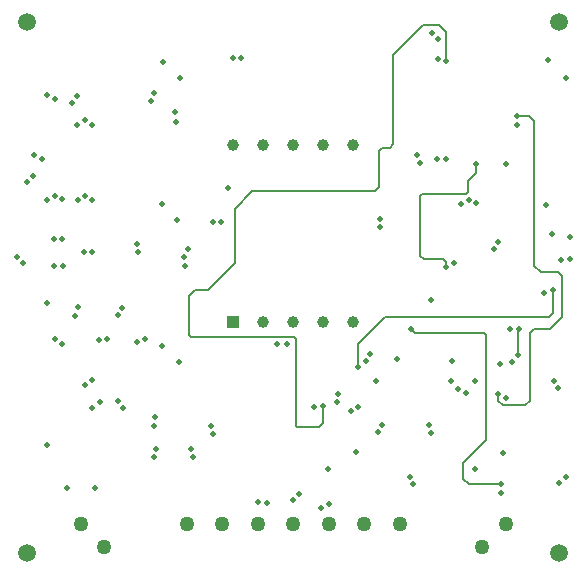
<source format=gbr>
G04*
G04 #@! TF.GenerationSoftware,Altium Limited,Altium Designer,23.8.1 (32)*
G04*
G04 Layer_Physical_Order=1*
G04 Layer_Color=255*
%FSLAX44Y44*%
%MOMM*%
G71*
G04*
G04 #@! TF.SameCoordinates,4E8033DB-9698-49A7-8747-1B8CF0FAEC2F*
G04*
G04*
G04 #@! TF.FilePolarity,Positive*
G04*
G01*
G75*
%ADD17C,0.1553*%
%ADD18C,1.0000*%
%ADD19R,1.0000X1.0000*%
%ADD20C,1.5000*%
%ADD21C,0.5000*%
%ADD22C,1.2700*%
D17*
X334889Y446995D02*
X359962Y472068D01*
X373716D02*
X379600Y466184D01*
X359962Y472068D02*
X373716D01*
X252255Y133061D02*
Y206375D01*
X163727Y208107D02*
X250524D01*
X252255Y206375D01*
X253165Y132151D02*
X271861D01*
X252255Y133061D02*
X253165Y132151D01*
X167029Y247871D02*
X177879D01*
X161970Y242812D02*
X167029Y247871D01*
X177879D02*
X200524Y270516D01*
X161970Y209864D02*
Y242812D01*
X200524Y270516D02*
Y316990D01*
X439098Y394988D02*
X450013D01*
X466414Y225060D02*
X469960Y228606D01*
X304981Y202607D02*
X327434Y225060D01*
X466414D01*
X474479Y262910D02*
X477460Y259929D01*
X453805Y215279D02*
X467240D01*
X477460Y225499D02*
Y259929D01*
X467240Y215279D02*
X477460Y225499D01*
X469960Y228606D02*
Y248185D01*
X450149Y154092D02*
Y211623D01*
X353055Y211756D02*
X411726D01*
X349511Y215300D02*
X353055Y211756D01*
X450149Y211623D02*
X453805Y215279D01*
X440587Y193020D02*
Y214351D01*
X440823Y214587D01*
X394140Y87954D02*
Y101529D01*
X413483Y120872D01*
Y209998D01*
X411726Y211756D02*
X413483Y209998D01*
X394140Y87954D02*
X398593Y83500D01*
X426274D01*
X423686Y154436D02*
Y160052D01*
X427831Y150291D02*
X446348D01*
X423686Y154436D02*
X427831Y150291D01*
X446348D02*
X450149Y154092D01*
X459620Y262910D02*
X474479D01*
X454143Y268386D02*
X459620Y262910D01*
X454143Y268386D02*
Y390857D01*
X450013Y394988D02*
X454143Y390857D01*
X304981Y182865D02*
Y202607D01*
X360306Y274117D02*
X376785D01*
X357655Y276768D02*
X360306Y274117D01*
X357655Y276768D02*
Y327477D01*
X379217Y268080D02*
Y271684D01*
X376785Y274117D02*
X379217Y271684D01*
Y268080D02*
X379600Y267697D01*
X357655Y327477D02*
X359413Y329234D01*
X397770Y330992D02*
Y340335D01*
X359413Y329234D02*
X396013D01*
X397770Y330992D01*
Y340335D02*
X404900Y347465D01*
Y354365D02*
X405000Y354464D01*
X404900Y347465D02*
Y354365D01*
X271861Y132151D02*
X275040Y135330D01*
Y150038D01*
X161970Y209864D02*
X163727Y208107D01*
X200524Y316990D02*
X215383Y331849D01*
X318988D02*
X322255Y335116D01*
Y365487D01*
X215383Y331849D02*
X318988D01*
X322255Y365487D02*
X325399Y368631D01*
X331760D01*
X334889Y371759D01*
Y446995D01*
X379600Y441765D02*
Y466184D01*
D18*
X198840Y370640D02*
D03*
X224240D02*
D03*
X249640D02*
D03*
X275040D02*
D03*
X300440D02*
D03*
Y220640D02*
D03*
X275040D02*
D03*
X249640D02*
D03*
X224240D02*
D03*
D19*
X198840D02*
D03*
D20*
X25000Y475000D02*
D03*
X475000Y25000D02*
D03*
X25000D02*
D03*
X475000Y475000D02*
D03*
D21*
X150515Y390069D02*
D03*
X149982Y398442D02*
D03*
X439226Y387912D02*
D03*
X372176Y460260D02*
D03*
X367714Y465860D02*
D03*
X372447Y443488D02*
D03*
X357078Y355737D02*
D03*
X371553Y358768D02*
D03*
X398563Y324356D02*
D03*
X385934Y271105D02*
D03*
X423556Y288682D02*
D03*
X476959Y273750D02*
D03*
X462516Y245730D02*
D03*
X433336Y214675D02*
D03*
X435306Y187470D02*
D03*
X471000Y171180D02*
D03*
X474067Y164680D02*
D03*
X430195Y156977D02*
D03*
X323596Y308090D02*
D03*
X206094Y444710D02*
D03*
X286785Y152774D02*
D03*
X288000Y160000D02*
D03*
X311212Y187490D02*
D03*
X267889Y148612D02*
D03*
X298989Y145395D02*
D03*
X321356Y127729D02*
D03*
X366951Y127055D02*
D03*
X475232Y84625D02*
D03*
X480555Y90000D02*
D03*
X426244Y76168D02*
D03*
X273567Y63548D02*
D03*
X254613Y75282D02*
D03*
X227380Y67983D02*
D03*
X244309Y202496D02*
D03*
X236209Y202107D02*
D03*
X101429Y226440D02*
D03*
X124608Y206576D02*
D03*
X181699Y125804D02*
D03*
X164991Y106667D02*
D03*
X131754Y106608D02*
D03*
X132762Y140141D02*
D03*
X101458Y153834D02*
D03*
X86461Y152941D02*
D03*
X74029Y167316D02*
D03*
X48608Y206435D02*
D03*
X85456Y205746D02*
D03*
X65173Y226410D02*
D03*
X181894Y305760D02*
D03*
X160564Y282703D02*
D03*
X157193Y275679D02*
D03*
X189000Y306000D02*
D03*
X131927Y415135D02*
D03*
X63080Y406285D02*
D03*
X48592Y409961D02*
D03*
X73647Y391820D02*
D03*
X80000Y324010D02*
D03*
X24411Y339043D02*
D03*
X37281Y358999D02*
D03*
X74080Y327977D02*
D03*
X47940Y327877D02*
D03*
X118016Y287269D02*
D03*
X72692Y279981D02*
D03*
X47600Y268311D02*
D03*
X47484Y290951D02*
D03*
X16057Y275731D02*
D03*
X139449Y441196D02*
D03*
X129449Y408291D02*
D03*
X153855Y427120D02*
D03*
X139086Y320943D02*
D03*
X138769Y200785D02*
D03*
X320066Y171256D02*
D03*
X323458Y301056D02*
D03*
X118340Y280208D02*
D03*
X158153Y268237D02*
D03*
X389323Y164512D02*
D03*
X484035Y293134D02*
D03*
X468723Y295452D02*
D03*
X439098Y394988D02*
D03*
X30361Y362019D02*
D03*
X349511Y215300D02*
D03*
X440823Y214587D02*
D03*
X79963Y279806D02*
D03*
X58395Y80000D02*
D03*
X81874D02*
D03*
X250000Y69833D02*
D03*
X280022Y66500D02*
D03*
X220000Y68106D02*
D03*
X426274Y83500D02*
D03*
X403897Y171180D02*
D03*
X194937Y334110D02*
D03*
X198840Y444837D02*
D03*
X304942Y149328D02*
D03*
X366757Y239216D02*
D03*
X423686Y160052D02*
D03*
X484000Y274000D02*
D03*
X463962Y320246D02*
D03*
X365072Y133878D02*
D03*
X324985D02*
D03*
X396441Y161157D02*
D03*
X348667Y89872D02*
D03*
X351822Y83486D02*
D03*
X314706Y194081D02*
D03*
X384480Y187502D02*
D03*
X304981Y182865D02*
D03*
X469960Y248185D02*
D03*
X440587Y193020D02*
D03*
X383976Y170686D02*
D03*
X338188Y189981D02*
D03*
X379600Y267697D02*
D03*
X392344Y320838D02*
D03*
X420217Y282495D02*
D03*
X405000Y321536D02*
D03*
X430400Y354499D02*
D03*
X405000Y354464D02*
D03*
X275040Y150038D02*
D03*
X379600Y359282D02*
D03*
Y441765D02*
D03*
X354839Y362595D02*
D03*
X21269Y270906D02*
D03*
X105400Y232953D02*
D03*
X67450Y233398D02*
D03*
X92503Y206685D02*
D03*
X29711Y344172D02*
D03*
X41900Y323914D02*
D03*
X54600Y202495D02*
D03*
X67056Y412418D02*
D03*
X79947Y387639D02*
D03*
X180000Y132880D02*
D03*
X163661Y113715D02*
D03*
X133420D02*
D03*
X132206Y132880D02*
D03*
X54719Y268254D02*
D03*
X67577Y324484D02*
D03*
X117886Y203956D02*
D03*
X105479Y147953D02*
D03*
X80000Y148477D02*
D03*
Y172015D02*
D03*
X67300Y387424D02*
D03*
X41900Y412790D02*
D03*
X54600Y324839D02*
D03*
X41727Y236628D02*
D03*
X54600Y291303D02*
D03*
X480914Y427120D02*
D03*
X466104Y443087D02*
D03*
X425455Y185342D02*
D03*
X279259Y96555D02*
D03*
X303449Y111051D02*
D03*
X404179Y96500D02*
D03*
X427798Y110257D02*
D03*
X153032Y187120D02*
D03*
X151735Y307120D02*
D03*
X41900Y116386D02*
D03*
D22*
X90000Y30000D02*
D03*
X430000Y50000D02*
D03*
X410000Y30000D02*
D03*
X70000Y50000D02*
D03*
X220000D02*
D03*
X340000D02*
D03*
X160000D02*
D03*
X310000D02*
D03*
X190000D02*
D03*
X250000D02*
D03*
X280000D02*
D03*
M02*

</source>
